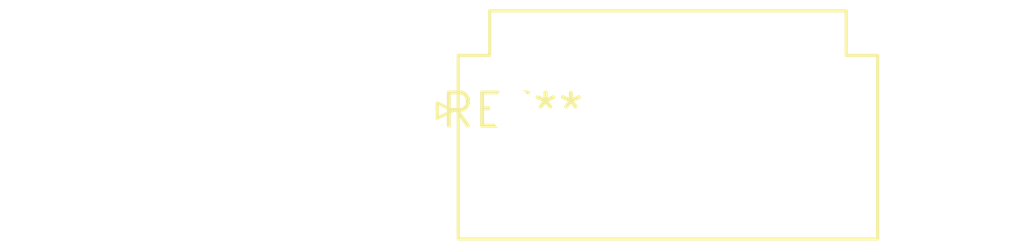
<source format=kicad_pcb>
(kicad_pcb (version 20240108) (generator pcbnew)
  (layers (0 "F.Cu" signal) (31 "B.Cu" signal) (34 "B.Paste" user) (35 "F.Paste" user) (36 "B.SilkS" user "B.Silkscreen") (37 "F.SilkS" user "F.Silkscreen") (38 "B.Mask" user) (39 "F.Mask" user) (44 "Edge.Cuts" user))
  (net 0 "")
  (footprint "JST_VH_B4P-VH_1x04_P3.96mm_Vertical" (layer "F.Cu") (at 0 0)
    (property "Reference" "REF**")
    (property "Value" "JST_VH_B4P-VH_1x04_P3.96mm_Vertical")
    (fp_line (start -2.86 -0.3) (end -2.26 0) (layer "F.SilkS") (stroke (width 0.12)))
    (fp_line (start -2.86 0.3) (end -2.86 -0.3) (layer "F.SilkS") (stroke (width 0.12)))
    (fp_line (start -2.26 0) (end -2.86 0.3) (layer "F.SilkS") (stroke (width 0.12)))
    (fp_line (start -2.06 -2.11) (end -0.86 -2.11) (layer "F.SilkS") (stroke (width 0.12)))
    (fp_line (start -2.06 4.91) (end -2.06 -2.11) (layer "F.SilkS") (stroke (width 0.12)))
    (fp_line (start -0.86 -3.81) (end 12.74 -3.81) (layer "F.SilkS") (stroke (width 0.12)))
    (fp_line (start -0.86 -2.11) (end -0.86 -3.81) (layer "F.SilkS") (stroke (width 0.12)))
    (fp_line (start 12.74 -3.81) (end 12.74 -2.11) (layer "F.SilkS") (stroke (width 0.12)))
    (fp_line (start 12.74 -2.11) (end 13.94 -2.11) (layer "F.SilkS") (stroke (width 0.12)))
    (fp_line (start 13.94 -2.11) (end 13.94 4.91) (layer "F.SilkS") (stroke (width 0.12)))
    (fp_line (start 13.94 4.91) (end -2.06 4.91) (layer "F.SilkS") (stroke (width 0.12)))
    (pad "1" thru_hole roundrect (at 0 0) (size 2.7 2.7) (drill 1.7) (layers *.Cu *.Mask) (remove_unused_layers) (roundrect_rratio 0.092593))
    (pad "2" thru_hole circle (at 3.96 0) (size 2.7 2.7) (drill 1.7) (layers *.Cu *.Mask) (remove_unused_layers))
    (pad "3" thru_hole circle (at 7.92 0) (size 2.7 2.7) (drill 1.7) (layers *.Cu *.Mask) (remove_unused_layers))
    (pad "4" thru_hole circle (at 11.88 0) (size 2.7 2.7) (drill 1.7) (layers *.Cu *.Mask) (remove_unused_layers))
  )
)
</source>
